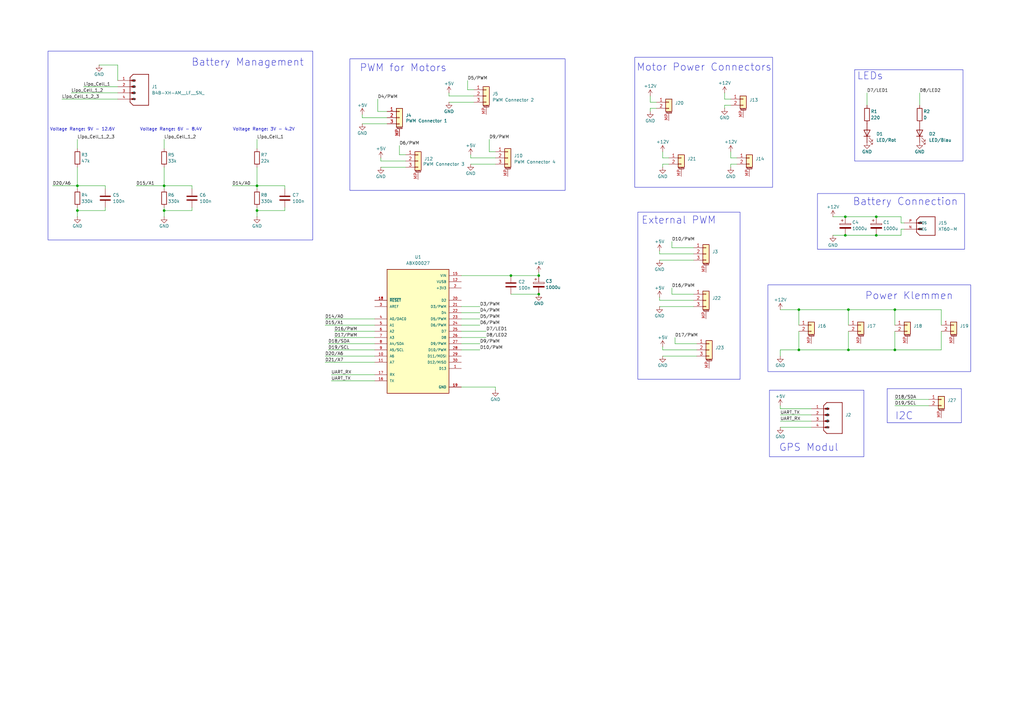
<source format=kicad_sch>
(kicad_sch (version 20231120) (generator "eeschema") (generator_version "8.0")
  (paper "A3")
  (lib_symbols
    (symbol "Arduino Nano 33 IOT:ABX00027" (pin_names (offset 1.016))
      (property "Reference" "U" (at -12.7 26.67 0))
      (property "Value" "ABX00027" (at -12.7 -26.67 0))
      (symbol "ABX00027_0_0"
        (rectangle (start -12.7 -25.4) (end 12.7 25.4) (stroke (width 0.254)) (fill (type background)))
        (pin bidirectional line (at 17.78 -15.24 180) (length 5.08) (name "D13") (number "1"))
        (pin input line (at -17.78 -10.16 0) (length 5.08) (name "A6") (number "10"))
        (pin input line (at -17.78 -12.7 0) (length 5.08) (name "A7") (number "11"))
        (pin power_in line (at 17.78 20.32 180) (length 5.08) (name "VUSB") (number "12"))
        (pin input line (at -17.78 12.7 0) (length 5.08) (name "~{RESET}") (number "13"))
        (pin power_in line (at 17.78 -22.86 180) (length 5.08) (name "GND") (number "14"))
        (pin power_in line (at 17.78 22.86 180) (length 5.08) (name "VIN") (number "15"))
        (pin bidirectional line (at -17.78 -20.32 0) (length 5.08) (name "TX") (number "16"))
        (pin bidirectional line (at -17.78 -17.78 0) (length 5.08) (name "RX") (number "17"))
        (pin input line (at -17.78 12.7 0) (length 5.08) (name "~{RESET}") (number "18"))
        (pin power_in line (at 17.78 -22.86 180) (length 5.08) (name "GND") (number "19"))
        (pin power_in line (at 17.78 17.78 180) (length 5.08) (name "+3V3") (number "2"))
        (pin bidirectional line (at 17.78 12.7 180) (length 5.08) (name "D2") (number "20"))
        (pin bidirectional line (at 17.78 10.16 180) (length 5.08) (name "D3/PWM") (number "21"))
        (pin bidirectional line (at 17.78 7.62 180) (length 5.08) (name "D4") (number "22"))
        (pin bidirectional line (at 17.78 5.08 180) (length 5.08) (name "D5/PWM") (number "23"))
        (pin bidirectional line (at 17.78 2.54 180) (length 5.08) (name "D6/PWM") (number "24"))
        (pin bidirectional line (at 17.78 0 180) (length 5.08) (name "D7") (number "25"))
        (pin bidirectional line (at 17.78 -2.54 180) (length 5.08) (name "D8") (number "26"))
        (pin bidirectional line (at 17.78 -5.08 180) (length 5.08) (name "D9/PWM") (number "27"))
        (pin bidirectional line (at 17.78 -7.62 180) (length 5.08) (name "D10/PWM") (number "28"))
        (pin bidirectional line (at 17.78 -10.16 180) (length 5.08) (name "D11/MOSI") (number "29"))
        (pin input line (at -17.78 10.16 0) (length 5.08) (name "AREF") (number "3"))
        (pin bidirectional line (at 17.78 -12.7 180) (length 5.08) (name "D12/MISO") (number "30"))
        (pin bidirectional line (at -17.78 5.08 0) (length 5.08) (name "A0/DAC0") (number "4"))
        (pin input line (at -17.78 2.54 0) (length 5.08) (name "A1") (number "5"))
        (pin input line (at -17.78 0 0) (length 5.08) (name "A2") (number "6"))
        (pin input line (at -17.78 -2.54 0) (length 5.08) (name "A3") (number "7"))
        (pin input line (at -17.78 -5.08 0) (length 5.08) (name "A4/SDA") (number "8"))
        (pin input line (at -17.78 -7.62 0) (length 5.08) (name "A5/SCL") (number "9"))
      )
    )
    (symbol "Connector_Generic_MountingPin:Conn_01x02_MountingPin" (pin_names (offset 1.016) hide)
      (property "Reference" "J" (at 0 2.54 0))
      (property "Value" "Conn_01x02_MountingPin" (at 1.27 -5.08 0))
      (symbol "Conn_01x02_MountingPin_1_1"
        (rectangle (start -1.27 -2.413) (end 0 -2.667) (stroke (width 0.1524)))
        (rectangle (start -1.27 0.127) (end 0 -0.127) (stroke (width 0.1524)))
        (rectangle (start -1.27 1.27) (end 1.27 -3.81) (stroke (width 0.254)) (fill (type background)))
        (polyline (pts (xy -1.016 -4.572) (xy 1.016 -4.572)) (stroke (width 0.1524)))
        (text "Mounting" (at 0 -4.191 0) (effects (font (size 0.381 0.381))))
        (pin passive line (at -5.08 0 0) (length 3.81) (name "Pin_1") (number "1"))
        (pin passive line (at -5.08 -2.54 0) (length 3.81) (name "Pin_2") (number "2"))
        (pin passive line (at 0 -7.62 90) (length 3.048) (name "MountPin") (number "MP"))
      )
    )
    (symbol "Connector_Generic_MountingPin:Conn_01x03_MountingPin" (pin_names (offset 1.016) hide)
      (property "Reference" "J" (at 0 5.08 0))
      (property "Value" "Conn_01x03_MountingPin" (at 1.27 -5.08 0))
      (symbol "Conn_01x03_MountingPin_1_1"
        (rectangle (start -1.27 -2.413) (end 0 -2.667) (stroke (width 0.1524)))
        (rectangle (start -1.27 0.127) (end 0 -0.127) (stroke (width 0.1524)))
        (rectangle (start -1.27 2.667) (end 0 2.413) (stroke (width 0.1524)))
        (rectangle (start -1.27 3.81) (end 1.27 -3.81) (stroke (width 0.254)) (fill (type background)))
        (polyline (pts (xy -1.016 -4.572) (xy 1.016 -4.572)) (stroke (width 0.1524)))
        (text "Mounting" (at 0 -4.191 0) (effects (font (size 0.381 0.381))))
        (pin passive line (at -5.08 2.54 0) (length 3.81) (name "Pin_1") (number "1"))
        (pin passive line (at -5.08 0 0) (length 3.81) (name "Pin_2") (number "2"))
        (pin passive line (at -5.08 -2.54 0) (length 3.81) (name "Pin_3") (number "3"))
        (pin passive line (at 0 -7.62 90) (length 3.048) (name "MountPin") (number "MP"))
      )
    )
    (symbol "Device:C" (pin_numbers hide) (pin_names (offset 0.254))
      (property "Reference" "C" (at 0.635 2.54 0))
      (property "Value" "C" (at 0.635 -2.54 0))
      (symbol "C_0_1"
        (polyline (pts (xy -2.032 -0.762) (xy 2.032 -0.762)) (stroke (width 0.508)))
        (polyline (pts (xy -2.032 0.762) (xy 2.032 0.762)) (stroke (width 0.508)))
      )
      (symbol "C_1_1"
        (pin passive line (at 0 3.81 270) (length 2.794) (name "~") (number "1"))
        (pin passive line (at 0 -3.81 90) (length 2.794) (name "~") (number "2"))
      )
    )
    (symbol "Device:C_Polarized" (pin_numbers hide) (pin_names (offset 0.254))
      (property "Reference" "C" (at 0.635 2.54 0))
      (property "Value" "C_Polarized" (at 0.635 -2.54 0))
      (symbol "C_Polarized_0_1"
        (rectangle (start -2.286 0.508) (end 2.286 1.016))
        (polyline (pts (xy -1.778 2.286) (xy -0.762 2.286)))
        (polyline (pts (xy -1.27 2.794) (xy -1.27 1.778)))
        (rectangle (start 2.286 -0.508) (end -2.286 -1.016) (fill (type outline)))
      )
      (symbol "C_Polarized_1_1"
        (pin passive line (at 0 3.81 270) (length 2.794) (name "~") (number "1"))
        (pin passive line (at 0 -3.81 90) (length 2.794) (name "~") (number "2"))
      )
    )
    (symbol "Device:LED" (pin_numbers hide) (pin_names (offset 1.016) hide)
      (property "Reference" "D" (at 0 2.54 0))
      (property "Value" "LED" (at 0 -2.54 0))
      (symbol "LED_0_1"
        (polyline (pts (xy -1.27 -1.27) (xy -1.27 1.27)) (stroke (width 0.254)))
        (polyline (pts (xy -1.27 0) (xy 1.27 0)))
        (polyline (pts (xy 1.27 -1.27) (xy 1.27 1.27) (xy -1.27 0) (xy 1.27 -1.27)) (stroke (width 0.254)))
        (polyline (pts (xy -3.048 -0.762) (xy -4.572 -2.286) (xy -3.81 -2.286) (xy -4.572 -2.286) (xy -4.572 -1.524)))
        (polyline (pts (xy -1.778 -0.762) (xy -3.302 -2.286) (xy -2.54 -2.286) (xy -3.302 -2.286) (xy -3.302 -1.524)))
      )
      (symbol "LED_1_1"
        (pin passive line (at -3.81 0 0) (length 2.54) (name "K") (number "1"))
        (pin passive line (at 3.81 0 180) (length 2.54) (name "A") (number "2"))
      )
    )
    (symbol "Device:R" (pin_numbers hide) (pin_names (offset 0))
      (property "Reference" "R" (at 2.032 0 90))
      (property "Value" "R" (at 0 0 90))
      (symbol "R_0_1"
        (rectangle (start -1.016 -2.54) (end 1.016 2.54) (stroke (width 0.254)))
      )
      (symbol "R_1_1"
        (pin passive line (at 0 3.81 270) (length 1.27) (name "~") (number "1"))
        (pin passive line (at 0 -3.81 90) (length 1.27) (name "~") (number "2"))
      )
    )
    (symbol "JST_XH_4Pin_female:B4B-XH-AM__LF__SN_" (pin_names (offset 1.016))
      (property "Reference" "J" (at 0 6.35 0))
      (property "Value" "B4B-XH-AM__LF__SN_" (at 0 -10.16 0))
      (symbol "B4B-XH-AM__LF__SN__0_0"
        (polyline (pts (xy 0 -6.35) (xy 1.27 -7.62)) (stroke (width 0.254)))
        (polyline (pts (xy 0 -5.08) (xy 1.905 -5.08)) (stroke (width 0.254)))
        (polyline (pts (xy 0 -2.54) (xy 1.905 -2.54)) (stroke (width 0.254)))
        (polyline (pts (xy 0 0) (xy 1.905 0)) (stroke (width 0.254)))
        (polyline (pts (xy 0 2.54) (xy 0 -6.35)) (stroke (width 0.254)))
        (polyline (pts (xy 0 2.54) (xy 1.905 2.54)) (stroke (width 0.254)))
        (polyline (pts (xy 0 3.81) (xy 0 2.54)) (stroke (width 0.254)))
        (polyline (pts (xy 0 3.81) (xy 1.27 5.08)) (stroke (width 0.254)))
        (polyline (pts (xy 1.27 -7.62) (xy 7.62 -7.62)) (stroke (width 0.254)))
        (polyline (pts (xy 7.62 -7.62) (xy 7.62 5.08)) (stroke (width 0.254)))
        (polyline (pts (xy 7.62 5.08) (xy 1.27 5.08)) (stroke (width 0.254)))
        (rectangle (start 0.635 -5.3975) (end 2.2225 -4.7625) (stroke (width 0.1)) (fill (type outline)))
        (rectangle (start 0.635 -2.8575) (end 2.2225 -2.2225) (stroke (width 0.1)) (fill (type outline)))
        (rectangle (start 0.635 -0.3175) (end 2.2225 0.3175) (stroke (width 0.1)) (fill (type outline)))
        (rectangle (start 0.635 2.2225) (end 2.2225 2.8575) (stroke (width 0.1)) (fill (type outline)))
        (pin passive line (at -5.08 2.54 0) (length 5.08) (name "1") (number "1"))
        (pin passive line (at -5.08 0 0) (length 5.08) (name "2") (number "2"))
        (pin passive line (at -5.08 -2.54 0) (length 5.08) (name "3") (number "3"))
        (pin passive line (at -5.08 -5.08 0) (length 5.08) (name "4") (number "4"))
      )
    )
    (symbol "XT60-M:XT60-M" (pin_names (offset 1.016))
      (property "Reference" "J" (at 0 6.35 0))
      (property "Value" "XT60-M" (at 0 -5.08 0))
      (symbol "XT60-M_0_0"
        (polyline (pts (xy 0 -1.27) (xy 1.27 -2.54)) (stroke (width 0.254)))
        (polyline (pts (xy 0 0) (xy 1.905 0)) (stroke (width 0.254)))
        (polyline (pts (xy 0 2.54) (xy 0 -1.27)) (stroke (width 0.254)))
        (polyline (pts (xy 0 2.54) (xy 1.905 2.54)) (stroke (width 0.254)))
        (polyline (pts (xy 0 3.81) (xy 0 2.54)) (stroke (width 0.254)))
        (polyline (pts (xy 0 3.81) (xy 1.27 5.08)) (stroke (width 0.254)))
        (polyline (pts (xy 1.27 -2.54) (xy 7.62 -2.54)) (stroke (width 0.254)))
        (polyline (pts (xy 7.62 -2.54) (xy 7.62 5.08)) (stroke (width 0.254)))
        (polyline (pts (xy 7.62 5.08) (xy 1.27 5.08)) (stroke (width 0.254)))
        (rectangle (start 0.635 -0.3175) (end 2.2225 0.3175) (stroke (width 0.1)) (fill (type outline)))
        (rectangle (start 0.635 2.2225) (end 2.2225 2.8575) (stroke (width 0.1)) (fill (type outline)))
        (pin passive line (at -5.08 0 0) (length 5.08) (name "NEG") (number "N"))
        (pin passive line (at -5.08 2.54 0) (length 5.08) (name "POS") (number "P"))
      )
    )
    (symbol "power:+12V" (power) (pin_numbers hide) (pin_names (offset 0) hide)
      (property "Value" "+12V" (at 0 3.556 0))
      (symbol "+12V_0_1"
        (polyline (pts (xy -0.762 1.27) (xy 0 2.54)))
        (polyline (pts (xy 0 0) (xy 0 2.54)))
        (polyline (pts (xy 0 2.54) (xy 0.762 1.27)))
      )
      (symbol "+12V_1_1"
        (pin power_in line (at 0 0 90) (length 0) (name "~") (number "1"))
      )
    )
    (symbol "power:+5V" (power) (pin_numbers hide) (pin_names (offset 0) hide)
      (property "Value" "+5V" (at 0 3.556 0))
      (symbol "+5V_0_1"
        (polyline (pts (xy -0.762 1.27) (xy 0 2.54)))
        (polyline (pts (xy 0 0) (xy 0 2.54)))
        (polyline (pts (xy 0 2.54) (xy 0.762 1.27)))
      )
      (symbol "+5V_1_1"
        (pin power_in line (at 0 0 90) (length 0) (name "~") (number "1"))
      )
    )
    (symbol "power:GND" (power) (pin_numbers hide) (pin_names (offset 0) hide)
      (property "Value" "GND" (at 0 -3.81 0))
      (symbol "GND_0_1"
        (polyline (pts (xy 0 0) (xy 0 -1.27) (xy 1.27 -1.27) (xy 0 -2.54) (xy -1.27 -1.27) (xy 0 -1.27)))
      )
      (symbol "GND_1_1"
        (pin power_in line (at 0 0 270) (length 0) (name "~") (number "1"))
      )
    )
  )
  (junction (at 105.41 86.36))
  (junction (at 327.66 143.51))
  (junction (at 327.66 127))
  (junction (at 367.03 127))
  (junction (at 209.55 113.03))
  (junction (at 347.98 143.51))
  (junction (at 31.75 86.36))
  (junction (at 105.41 76.2))
  (junction (at 346.71 96.52))
  (junction (at 31.75 76.2))
  (junction (at 359.41 88.9))
  (junction (at 67.31 86.36))
  (junction (at 220.98 120.65))
  (junction (at 347.98 127))
  (junction (at 346.71 88.9))
  (junction (at 359.41 96.52))
  (junction (at 67.31 76.2))
  (junction (at 367.03 143.51))
  (junction (at 220.98 113.03))
  (wire (pts (xy 189.23 128.27) (xy 196.85 128.27)))
  (wire (pts (xy 271.78 64.77) (xy 274.32 64.77)))
  (wire (pts (xy 341.63 96.52) (xy 346.71 96.52)))
  (wire (pts (xy 266.7 41.91) (xy 269.24 41.91)))
  (wire (pts (xy 154.94 45.72) (xy 158.75 45.72)))
  (wire (pts (xy 369.57 88.9) (xy 369.57 91.44)))
  (wire (pts (xy 133.35 130.81) (xy 153.67 130.81)))
  (wire (pts (xy 320.04 143.51) (xy 327.66 143.51)))
  (wire (pts (xy 135.89 156.21) (xy 153.67 156.21)))
  (wire (pts (xy 271.78 62.23) (xy 271.78 64.77)))
  (wire (pts (xy 327.66 127) (xy 327.66 133.35)))
  (wire (pts (xy 367.03 163.83) (xy 381 163.83)))
  (wire (pts (xy 148.59 48.26) (xy 148.59 46.99)))
  (wire (pts (xy 271.78 143.51) (xy 285.75 143.51)))
  (wire (pts (xy 31.75 86.36) (xy 31.75 88.9)))
  (wire (pts (xy 156.21 66.04) (xy 156.21 64.77)))
  (wire (pts (xy 189.23 133.35) (xy 196.85 133.35)))
  (wire (pts (xy 320.04 127) (xy 327.66 127)))
  (wire (pts (xy 270.51 123.19) (xy 270.51 121.92)))
  (wire (pts (xy 269.24 44.45) (xy 266.7 44.45)))
  (wire (pts (xy 271.78 67.31) (xy 271.78 68.58)))
  (wire (pts (xy 276.86 138.43) (xy 276.86 140.97)))
  (wire (pts (xy 116.84 85.09) (xy 116.84 86.36)))
  (wire (pts (xy 189.23 143.51) (xy 196.85 143.51)))
  (wire (pts (xy 43.18 86.36) (xy 31.75 86.36)))
  (wire (pts (xy 302.26 67.31) (xy 299.72 67.31)))
  (wire (pts (xy 189.23 113.03) (xy 209.55 113.03)))
  (wire (pts (xy 209.55 120.65) (xy 220.98 120.65)))
  (wire (pts (xy 377.19 38.1) (xy 377.19 43.18)))
  (wire (pts (xy 134.62 143.51) (xy 153.67 143.51)))
  (wire (pts (xy 31.75 68.58) (xy 31.75 76.2)))
  (wire (pts (xy 327.66 127) (xy 347.98 127)))
  (wire (pts (xy 297.18 43.18) (xy 297.18 44.45)))
  (wire (pts (xy 166.37 66.04) (xy 156.21 66.04)))
  (wire (pts (xy 31.75 77.47) (xy 31.75 76.2)))
  (wire (pts (xy 184.15 41.91) (xy 194.31 41.91)))
  (wire (pts (xy 105.41 68.58) (xy 105.41 76.2)))
  (wire (pts (xy 154.94 40.64) (xy 154.94 45.72)))
  (wire (pts (xy 369.57 96.52) (xy 369.57 93.98)))
  (wire (pts (xy 25.4 40.64) (xy 48.26 40.64)))
  (wire (pts (xy 320.04 167.64) (xy 320.04 166.37)))
  (wire (pts (xy 274.32 67.31) (xy 271.78 67.31)))
  (wire (pts (xy 31.75 57.15) (xy 31.75 60.96)))
  (wire (pts (xy 386.08 127) (xy 386.08 133.35)))
  (wire (pts (xy 189.23 130.81) (xy 196.85 130.81)))
  (wire (pts (xy 270.51 104.14) (xy 284.48 104.14)))
  (wire (pts (xy 327.66 135.89) (xy 327.66 143.51)))
  (wire (pts (xy 270.51 125.73) (xy 284.48 125.73)))
  (wire (pts (xy 203.2 64.77) (xy 193.04 64.77)))
  (wire (pts (xy 78.74 76.2) (xy 67.31 76.2)))
  (wire (pts (xy 189.23 125.73) (xy 196.85 125.73)))
  (wire (pts (xy 29.21 38.1) (xy 48.26 38.1)))
  (wire (pts (xy 355.6 38.1) (xy 355.6 43.18)))
  (wire (pts (xy 105.41 86.36) (xy 105.41 88.9)))
  (wire (pts (xy 275.59 101.6) (xy 284.48 101.6)))
  (wire (pts (xy 193.04 64.77) (xy 193.04 63.5)))
  (wire (pts (xy 275.59 120.65) (xy 284.48 120.65)))
  (wire (pts (xy 43.18 76.2) (xy 31.75 76.2)))
  (wire (pts (xy 189.23 138.43) (xy 199.39 138.43)))
  (wire (pts (xy 299.72 43.18) (xy 297.18 43.18)))
  (wire (pts (xy 148.59 50.8) (xy 158.75 50.8)))
  (wire (pts (xy 299.72 67.31) (xy 299.72 68.58)))
  (wire (pts (xy 347.98 127) (xy 367.03 127)))
  (wire (pts (xy 270.51 106.68) (xy 284.48 106.68)))
  (wire (pts (xy 95.25 76.2) (xy 105.41 76.2)))
  (wire (pts (xy 320.04 172.72) (xy 332.74 172.72)))
  (wire (pts (xy 134.62 140.97) (xy 153.67 140.97)))
  (wire (pts (xy 105.41 57.15) (xy 105.41 60.96)))
  (wire (pts (xy 105.41 85.09) (xy 105.41 86.36)))
  (wire (pts (xy 193.04 67.31) (xy 203.2 67.31)))
  (wire (pts (xy 367.03 143.51) (xy 386.08 143.51)))
  (wire (pts (xy 299.72 64.77) (xy 302.26 64.77)))
  (wire (pts (xy 320.04 170.18) (xy 332.74 170.18)))
  (wire (pts (xy 320.04 175.26) (xy 332.74 175.26)))
  (wire (pts (xy 191.77 36.83) (xy 194.31 36.83)))
  (wire (pts (xy 43.18 76.2) (xy 43.18 77.47)))
  (wire (pts (xy 347.98 135.89) (xy 347.98 143.51)))
  (wire (pts (xy 220.98 111.76) (xy 220.98 113.03)))
  (wire (pts (xy 297.18 40.64) (xy 299.72 40.64)))
  (wire (pts (xy 116.84 76.2) (xy 105.41 76.2)))
  (wire (pts (xy 266.7 39.37) (xy 266.7 41.91)))
  (wire (pts (xy 367.03 135.89) (xy 367.03 143.51)))
  (wire (pts (xy 48.26 26.67) (xy 48.26 33.02)))
  (wire (pts (xy 133.35 148.59) (xy 153.67 148.59)))
  (wire (pts (xy 386.08 143.51) (xy 386.08 135.89)))
  (wire (pts (xy 67.31 85.09) (xy 67.31 86.36)))
  (wire (pts (xy 367.03 166.37) (xy 381 166.37)))
  (wire (pts (xy 270.51 123.19) (xy 284.48 123.19)))
  (wire (pts (xy 347.98 143.51) (xy 367.03 143.51)))
  (wire (pts (xy 133.35 133.35) (xy 153.67 133.35)))
  (wire (pts (xy 158.75 48.26) (xy 148.59 48.26)))
  (wire (pts (xy 275.59 99.06) (xy 275.59 101.6)))
  (wire (pts (xy 369.57 93.98) (xy 370.84 93.98)))
  (wire (pts (xy 163.83 59.69) (xy 163.83 63.5)))
  (wire (pts (xy 156.21 68.58) (xy 166.37 68.58)))
  (wire (pts (xy 194.31 39.37) (xy 184.15 39.37)))
  (wire (pts (xy 67.31 68.58) (xy 67.31 76.2)))
  (wire (pts (xy 359.41 88.9) (xy 369.57 88.9)))
  (wire (pts (xy 55.88 76.2) (xy 67.31 76.2)))
  (wire (pts (xy 67.31 57.15) (xy 67.31 60.96)))
  (wire (pts (xy 191.77 33.02) (xy 191.77 36.83)))
  (wire (pts (xy 43.18 85.09) (xy 43.18 86.36)))
  (wire (pts (xy 137.16 138.43) (xy 153.67 138.43)))
  (wire (pts (xy 320.04 146.05) (xy 320.04 143.51)))
  (wire (pts (xy 189.23 140.97) (xy 196.85 140.97)))
  (wire (pts (xy 163.83 63.5) (xy 166.37 63.5)))
  (wire (pts (xy 347.98 127) (xy 347.98 133.35)))
  (wire (pts (xy 346.71 96.52) (xy 359.41 96.52)))
  (wire (pts (xy 78.74 85.09) (xy 78.74 86.36)))
  (wire (pts (xy 116.84 86.36) (xy 105.41 86.36)))
  (wire (pts (xy 299.72 62.23) (xy 299.72 64.77)))
  (wire (pts (xy 327.66 143.51) (xy 347.98 143.51)))
  (wire (pts (xy 200.66 62.23) (xy 203.2 62.23)))
  (wire (pts (xy 116.84 76.2) (xy 116.84 77.47)))
  (wire (pts (xy 40.64 26.67) (xy 48.26 26.67)))
  (wire (pts (xy 209.55 113.03) (xy 220.98 113.03)))
  (wire (pts (xy 359.41 96.52) (xy 369.57 96.52)))
  (wire (pts (xy 276.86 140.97) (xy 285.75 140.97)))
  (wire (pts (xy 270.51 104.14) (xy 270.51 102.87)))
  (wire (pts (xy 275.59 118.11) (xy 275.59 120.65)))
  (wire (pts (xy 367.03 127) (xy 386.08 127)))
  (wire (pts (xy 266.7 44.45) (xy 266.7 45.72)))
  (wire (pts (xy 346.71 88.9) (xy 359.41 88.9)))
  (wire (pts (xy 341.63 88.9) (xy 346.71 88.9)))
  (wire (pts (xy 137.16 135.89) (xy 153.67 135.89)))
  (wire (pts (xy 34.29 35.56) (xy 48.26 35.56)))
  (wire (pts (xy 189.23 135.89) (xy 199.39 135.89)))
  (wire (pts (xy 133.35 146.05) (xy 153.67 146.05)))
  (wire (pts (xy 135.89 153.67) (xy 153.67 153.67)))
  (wire (pts (xy 367.03 127) (xy 367.03 133.35)))
  (wire (pts (xy 297.18 38.1) (xy 297.18 40.64)))
  (wire (pts (xy 31.75 85.09) (xy 31.75 86.36)))
  (wire (pts (xy 67.31 86.36) (xy 67.31 88.9)))
  (wire (pts (xy 184.15 39.37) (xy 184.15 38.1)))
  (wire (pts (xy 203.2 160.02) (xy 203.2 158.75)))
  (wire (pts (xy 200.66 57.15) (xy 200.66 62.23)))
  (wire (pts (xy 271.78 143.51) (xy 271.78 142.24)))
  (wire (pts (xy 105.41 77.47) (xy 105.41 76.2)))
  (wire (pts (xy 67.31 77.47) (xy 67.31 76.2)))
  (wire (pts (xy 78.74 76.2) (xy 78.74 77.47)))
  (wire (pts (xy 271.78 146.05) (xy 285.75 146.05)))
  (wire (pts (xy 21.59 76.2) (xy 31.75 76.2)))
  (wire (pts (xy 320.04 167.64) (xy 332.74 167.64)))
  (wire (pts (xy 189.23 158.75) (xy 203.2 158.75)))
  (wire (pts (xy 78.74 86.36) (xy 67.31 86.36)))
  (wire (pts (xy 369.57 91.44) (xy 370.84 91.44)))
  (rectangle (start 363.855 159.385) (end 394.335 173.355))
  (rectangle (start 19.685 20.955) (end 128.27 98.425))
  (rectangle (start 314.96 116.84) (end 398.145 152.4))
  (rectangle (start 350.52 28.575) (end 394.97 66.04))
  (rectangle (start 335.28 79.375) (end 395.605 102.235))
  (rectangle (start 315.595 160.02) (end 354.33 187.325))
  (rectangle (start 260.35 23.495) (end 316.865 76.835))
  (rectangle (start 143.51 24.13) (end 231.775 78.105))
  (rectangle (start 261.62 86.995) (end 303.53 155.575))
  (text "Voltage Range: 3V - 4.2V" (at 108.204 53.086 0) (effects (font (size 1.27 1.27))))
  (text "Power Klemmen" (at 372.872 121.412 0) (effects (font (size 3 3))))
  (text "Battery Management\n" (at 101.6 25.654 0) (effects (font (size 3 3))))
  (text "LEDs\n" (at 356.87 31.242 0) (effects (font (size 3 3))))
  (text "PWM for Motors\n" (at 165.354 27.94 0) (effects (font (size 3 3))))
  (text "Voltage Range: 6V - 8.4V" (at 70.104 53.086 0) (effects (font (size 1.27 1.27))))
  (text "External PWM" (at 278.384 90.424 0) (effects (font (size 3 3))))
  (text "Motor Power Connectors" (at 288.798 27.686 0) (effects (font (size 3 3))))
  (text "Battery Connection\n" (at 371.348 82.804 0) (effects (font (size 3 3))))
  (text "I2C" (at 370.84 170.688 0) (effects (font (size 3 3))))
  (text "GPS Modul\n" (at 331.724 183.642 0) (effects (font (size 3 3))))
  (text "Voltage Range: 9V - 12.6V" (at 33.782 53.086 0) (effects (font (size 1.27 1.27))))
  (label "D8{slash}LED2" (at 199.39 138.43 0))
  (label "D15{slash}A1" (at 55.88 76.2 0))
  (label "D18{slash}SDA" (at 367.03 163.83 0))
  (label "D8{slash}LED2" (at 377.19 38.1 0))
  (label "Lipo_Cell_1_2_3" (at 31.75 57.15 0))
  (label "D15{slash}A1" (at 133.35 133.35 0))
  (label "D19{slash}SCL" (at 367.03 166.37 0))
  (label "D19{slash}SCL" (at 134.62 143.51 0))
  (label "D9{slash}PWM" (at 200.66 57.15 0))
  (label "D7{slash}LED1" (at 199.39 135.89 0))
  (label "Lipo_Cell_1" (at 34.29 35.56 0))
  (label "D18{slash}SDA" (at 134.62 140.97 0))
  (label "D20{slash}A6" (at 21.59 76.2 0))
  (label "UART_TX" (at 320.04 170.18 0))
  (label "D9{slash}PWM" (at 196.85 140.97 0))
  (label "Lipo_Cell_1" (at 105.41 57.15 0))
  (label "D21{slash}A7" (at 133.35 148.59 0))
  (label "D16{slash}PWM" (at 275.59 118.11 0))
  (label "Lipo_Cell_1_2" (at 67.31 57.15 0))
  (label "D17{slash}PWM" (at 276.86 138.43 0))
  (label "D4{slash}PWM" (at 196.85 128.27 0))
  (label "D6{slash}PWM" (at 196.85 133.35 0))
  (label "D5{slash}PWM" (at 191.77 33.02 0))
  (label "UART_TX" (at 135.89 156.21 0))
  (label "D14{slash}A0" (at 133.35 130.81 0))
  (label "D16{slash}PWM" (at 137.16 135.89 0))
  (label "D10{slash}PWM" (at 196.85 143.51 0))
  (label "Lipo_Cell_1_2_3" (at 25.4 40.64 0))
  (label "D4{slash}PWM" (at 154.94 40.64 0))
  (label "D3{slash}PWM" (at 196.85 125.73 0))
  (label "UART_RX" (at 135.89 153.67 0))
  (label "D10{slash}PWM" (at 275.59 99.06 0))
  (label "D14{slash}A0" (at 95.25 76.2 0))
  (label "D20{slash}A6" (at 133.35 146.05 0))
  (label "Lipo_Cell_1_2" (at 29.21 38.1 0))
  (label "D6{slash}PWM" (at 163.83 59.69 0))
  (label "D7{slash}LED1" (at 355.6 38.1 0))
  (label "UART_RX" (at 320.04 172.72 0))
  (label "D5{slash}PWM" (at 196.85 130.81 0))
  (label "D17{slash}PWM" (at 137.16 138.43 0))
  (symbol (lib_id "Connector_Generic_MountingPin:Conn_01x02_MountingPin") (at 332.74 133.35 0) (unit 1)
    (property "Reference" "J16" (at 335.28 133.7055 0) (effects (justify left)))
    (property "Value" "BLDC_Power_4" (effects (hide yes)))
    (property "Description" "Generic connectable mounting pin connector, single row, 01x02, script generated (kicad-library-utils/schlib/autogen/connector/)" (effects (hide yes)))
  )
  (symbol (lib_id "Connector_Generic_MountingPin:Conn_01x02_MountingPin") (at 307.34 64.77 0) (unit 1)
    (property "Reference" "J14" (at 309.88 65.1255 0) (effects (justify left)))
    (property "Value" "Motor Power Connector 4" (effects (hide yes)))
    (property "Footprint" "StiftleisteOnPCB:PowerKlemme" (effects (hide yes)))
    (property "Description" "Generic connectable mounting pin connector, single row, 01x02, script generated (kicad-library-utils/schlib/autogen/connector/)" (effects (hide yes)))
  )
  (symbol (lib_id "Device:C_Polarized") (at 220.98 116.84 0) (unit 1)
    (property "Reference" "C3" (at 223.774 115.316 0) (effects (justify left)))
    (property "Value" "1000u" (at 223.774 117.856 0) (effects (justify left)))
    (property "Footprint" "Capacitor_THT:CP_Radial_D10.0mm_P5.00mm" (effects (hide yes)))
    (property "Description" "Polarized capacitor" (effects (hide yes)))
  )
  (symbol (lib_id "Device:R") (at 377.19 46.99 0) (unit 1)
    (property "Reference" "R2" (at 378.714 45.72 0) (effects (justify left)))
    (property "Value" "0" (at 378.714 48.26 0) (effects (justify left)))
    (property "Footprint" "Resistor_SMD:R_0805_2012Metric" (effects (hide yes)))
    (property "Description" "Resistor" (effects (hide yes)))
  )
  (symbol (lib_id "Device:LED") (at 377.19 54.61 90) (unit 1)
    (property "Reference" "D2" (at 381 54.9274 90) (effects (justify right)))
    (property "Value" "LED/Blau" (at 381 57.4674 90) (effects (justify right)))
    (property "Footprint" "StiftleisteOnPCB:PowerKlemme" (effects (hide yes)))
    (property "Description" "Light emitting diode" (effects (hide yes)))
  )
  (symbol (lib_id "power:GND") (at 156.21 68.58 0) (unit 1)
    (property "Reference" "#PWR015" (effects (hide yes)))
    (property "Value" "GND" (at 156.21 72.39 0))
    (property "Description" "Power symbol creates a global label with name \"GND\" , ground" (effects (hide yes)))
  )
  (symbol (lib_id "power:+5V") (at 220.98 111.76 0) (unit 1)
    (property "Reference" "#PWR01" (effects (hide yes)))
    (property "Value" "+5V" (at 220.98 107.95 0))
    (property "Description" "Power symbol creates a global label with name \"+5V\"" (effects (hide yes)))
  )
  (symbol (lib_id "Device:C") (at 43.18 81.28 0) (unit 1)
    (property "Reference" "C5" (at 46.228 80.01 0) (effects (justify left)))
    (property "Value" "100n" (at 46.228 82.55 0) (effects (justify left)))
    (property "Footprint" "Capacitor_SMD:C_0603_1608Metric" (effects (hide yes)))
    (property "Description" "Unpolarized capacitor" (effects (hide yes)))
  )
  (symbol (lib_id "XT60-M:XT60-M") (at 375.92 93.98 0) (unit 1)
    (property "Reference" "J15" (at 384.81 91.4399 0) (effects (justify left)))
    (property "Value" "XT60-M" (at 384.81 93.9799 0) (effects (justify left)))
    (property "Footprint" "parts:AMASS_XT60-M" (effects (hide yes)))
    (property "MF" "AMASS" (effects (hide yes)))
    (property "MAXIMUM_PACKAGE_HEIGHT" "16.00 mm" (effects (hide yes)))
    (property "Package" "Package" (effects (hide yes)))
    (property "Price" "None" (effects (hide yes)))
    (property "Check_prices" "https://www.snapeda.com/parts/XT60-M/AMASS/view-part/?ref=eda" (effects (hide yes)))
    (property "STANDARD" "IPC 7351B" (effects (hide yes)))
    (property "PARTREV" "V1.2" (effects (hide yes)))
    (property "SnapEDA_Link" "https://www.snapeda.com/parts/XT60-M/AMASS/view-part/?ref=snap" (effects (hide yes)))
    (property "MP" "XT60-M" (effects (hide yes)))
    (property "Description_1" "\n                        \n                            Plug; DC supply; XT60; male; PIN: 2; for cable; soldered; 30A; 500V\n                        \n" (effects (hide yes)))
    (property "Availability" "Not in stock" (effects (hide yes)))
    (property "MANUFACTURER" "AMASS" (effects (hide yes)))
  )
  (symbol (lib_id "Connector_Generic_MountingPin:Conn_01x02_MountingPin") (at 304.8 40.64 0) (unit 1)
    (property "Reference" "J13" (at 307.34 40.9955 0) (effects (justify left)))
    (property "Value" "Motor Power Connector 2" (effects (hide yes)))
    (property "Footprint" "StiftleisteOnPCB:PowerKlemme" (effects (hide yes)))
    (property "Description" "Generic connectable mounting pin connector, single row, 01x02, script generated (kicad-library-utils/schlib/autogen/connector/)" (effects (hide yes)))
  )
  (symbol (lib_id "power:+12V") (at 297.18 38.1 0) (unit 1)
    (property "Reference" "#PWR018" (effects (hide yes)))
    (property "Value" "+12V" (at 297.18 34.036 0))
    (property "Description" "Power symbol creates a global label with name \"+12V\"" (effects (hide yes)))
  )
  (symbol (lib_id "Device:R") (at 105.41 81.28 0) (unit 1)
    (property "Reference" "R8" (at 106.934 80.01 0) (effects (justify left)))
    (property "Value" "330k" (at 106.934 82.55 0) (effects (justify left)))
    (property "Footprint" "Resistor_SMD:R_0805_2012Metric" (effects (hide yes)))
    (property "Description" "Resistor" (effects (hide yes)))
  )
  (symbol (lib_id "power:GND") (at 377.19 58.42 0) (unit 1)
    (property "Reference" "#PWR034" (effects (hide yes)))
    (property "Value" "GND" (at 377.19 62.23 0))
    (property "Description" "Power symbol creates a global label with name \"GND\" , ground" (effects (hide yes)))
  )
  (symbol (lib_id "power:+12V") (at 271.78 62.23 0) (unit 1)
    (property "Reference" "#PWR022" (effects (hide yes)))
    (property "Value" "+12V" (at 271.78 58.166 0))
    (property "Description" "Power symbol creates a global label with name \"+12V\"" (effects (hide yes)))
  )
  (symbol (lib_id "power:GND") (at 105.41 88.9 0) (unit 1)
    (property "Reference" "#PWR037" (effects (hide yes)))
    (property "Value" "GND" (at 105.41 92.71 0))
    (property "Description" "Power symbol creates a global label with name \"GND\" , ground" (effects (hide yes)))
  )
  (symbol (lib_id "Connector_Generic_MountingPin:Conn_01x03_MountingPin") (at 289.56 104.14 0) (unit 1)
    (property "Reference" "J3" (at 292.1 103.2255 0) (effects (justify left)))
    (property "Value" "PWM1/D10" (effects (hide yes)))
    (property "Footprint" "StiftleisteOnPCB:Stiftleiste3Pin" (effects (hide yes)))
    (property "Description" "Generic connectable mounting pin connector, single row, 01x03, script generated (kicad-library-utils/schlib/autogen/connector/)" (effects (hide yes)))
  )
  (symbol (lib_id "power:+5V") (at 320.04 166.37 0) (unit 1)
    (property "Reference" "#PWR032" (effects (hide yes)))
    (property "Value" "+5V" (at 320.04 162.56 0))
    (property "Description" "Power symbol creates a global label with name \"+5V\"" (effects (hide yes)))
  )
  (symbol (lib_id "Device:LED") (at 355.6 54.61 90) (unit 1)
    (property "Reference" "D1" (at 359.41 54.9274 90) (effects (justify right)))
    (property "Value" "LED/Rot" (at 359.41 57.4674 90) (effects (justify right)))
    (property "Footprint" "StiftleisteOnPCB:PowerKlemme" (effects (hide yes)))
    (property "Description" "Light emitting diode" (effects (hide yes)))
  )
  (symbol (lib_id "power:+5V") (at 270.51 121.92 0) (unit 1)
    (property "Reference" "#PWR026" (effects (hide yes)))
    (property "Value" "+5V" (at 270.51 118.11 0))
    (property "Description" "Power symbol creates a global label with name \"+5V\"" (effects (hide yes)))
  )
  (symbol (lib_id "power:GND") (at 271.78 68.58 0) (unit 1)
    (property "Reference" "#PWR023" (effects (hide yes)))
    (property "Value" "GND" (at 271.78 72.39 0))
    (property "Description" "Power symbol creates a global label with name \"GND\" , ground" (effects (hide yes)))
  )
  (symbol (lib_id "power:+5V") (at 271.78 142.24 0) (unit 1)
    (property "Reference" "#PWR028" (effects (hide yes)))
    (property "Value" "+5V" (at 271.78 138.43 0))
    (property "Description" "Power symbol creates a global label with name \"+5V\"" (effects (hide yes)))
  )
  (symbol (lib_id "Arduino Nano 33 IOT:ABX00027") (at 171.45 135.89 0) (unit 1)
    (property "Reference" "U1" (at 171.45 105.41 0))
    (property "Value" "ABX00027" (at 171.45 107.95 0))
    (property "Footprint" "parts:ArduinoNano33IOT_Stiftleiste" (effects (hide yes)))
    (property "MF" "Arduino" (effects (hide yes)))
    (property "DESCRIPTION" "ATSAMD21G18A Arduino Nano 33 IoT SAM D ARM® Cortex®-M0+ MCU 32-Bit Embedded Evaluation Board" (effects (hide yes)))
    (property "PACKAGE" "None" (effects (hide yes)))
    (property "PRICE" "None" (effects (hide yes)))
    (property "Package" "None" (effects (hide yes)))
    (property "Check_prices" "https://www.snapeda.com/parts/Arduino%20Nano%2033%20IoT/Arduino/view-part/?ref=eda" (effects (hide yes)))
    (property "Price" "None" (effects (hide yes)))
    (property "SnapEDA_Link" "https://www.snapeda.com/parts/Arduino%20Nano%2033%20IoT/Arduino/view-part/?ref=snap" (effects (hide yes)))
    (property "MP" "Arduino Nano 33 IoT" (effects (hide yes)))
    (property "DIGIKEY-PURCHASE-URL" "https://snapeda.com/shop?store=DigiKey&id=3949339" (effects (hide yes)))
    (property "Availability" "Not in stock" (effects (hide yes)))
    (property "AVAILABILITY" "Unavailable" (effects (hide yes)))
    (property "Description_1" "\n                        \n                            An IoT connected IMU sensor in the Nano form factor.\n                        \n" (effects (hide yes)))
  )
  (symbol (lib_id "Device:R") (at 31.75 64.77 0) (unit 1)
    (property "Reference" "R3" (at 33.274 63.5 0) (effects (justify left)))
    (property "Value" "47k" (at 33.274 66.04 0) (effects (justify left)))
    (property "Footprint" "Resistor_SMD:R_0805_2012Metric" (effects (hide yes)))
    (property "Description" "Resistor" (effects (hide yes)))
  )
  (symbol (lib_id "Device:R") (at 67.31 64.77 0) (unit 1)
    (property "Reference" "R5" (at 68.834 63.5 0) (effects (justify left)))
    (property "Value" "33k" (at 68.834 66.04 0) (effects (justify left)))
    (property "Footprint" "Resistor_SMD:R_0805_2012Metric" (effects (hide yes)))
    (property "Description" "Resistor" (effects (hide yes)))
  )
  (symbol (lib_id "Device:R") (at 105.41 64.77 0) (unit 1)
    (property "Reference" "R7" (at 106.934 63.5 0) (effects (justify left)))
    (property "Value" "22k" (at 106.934 66.04 0) (effects (justify left)))
    (property "Footprint" "Resistor_SMD:R_0805_2012Metric" (effects (hide yes)))
    (property "Description" "Resistor" (effects (hide yes)))
  )
  (symbol (lib_id "power:+5V") (at 193.04 63.5 0) (unit 1)
    (property "Reference" "#PWR012" (effects (hide yes)))
    (property "Value" "+5V" (at 193.04 59.69 0))
    (property "Description" "Power symbol creates a global label with name \"+5V\"" (effects (hide yes)))
  )
  (symbol (lib_id "power:GND") (at 270.51 106.68 0) (unit 1)
    (property "Reference" "#PWR025" (effects (hide yes)))
    (property "Value" "GND" (at 270.51 110.49 0))
    (property "Description" "Power symbol creates a global label with name \"GND\" , ground" (effects (hide yes)))
  )
  (symbol (lib_id "power:+5V") (at 184.15 38.1 0) (unit 1)
    (property "Reference" "#PWR010" (effects (hide yes)))
    (property "Value" "+5V" (at 184.15 34.29 0))
    (property "Description" "Power symbol creates a global label with name \"+5V\"" (effects (hide yes)))
  )
  (symbol (lib_id "Connector_Generic_MountingPin:Conn_01x02_MountingPin") (at 274.32 41.91 0) (unit 1)
    (property "Reference" "J20" (at 276.86 42.2655 0) (effects (justify left)))
    (property "Value" "Motor Power Connector 1" (effects (hide yes)))
    (property "Footprint" "StiftleisteOnPCB:PowerKlemme" (effects (hide yes)))
    (property "Description" "Generic connectable mounting pin connector, single row, 01x02, script generated (kicad-library-utils/schlib/autogen/connector/)" (effects (hide yes)))
  )
  (symbol (lib_id "Device:C_Polarized") (at 359.41 92.71 0) (unit 1)
    (property "Reference" "C1" (at 362.204 91.186 0) (effects (justify left)))
    (property "Value" "1000u" (at 362.204 93.726 0) (effects (justify left)))
    (property "Footprint" "Capacitor_THT:CP_Radial_D10.0mm_P5.00mm" (effects (hide yes)))
    (property "Description" "Polarized capacitor" (effects (hide yes)))
  )
  (symbol (lib_id "Device:R") (at 67.31 81.28 0) (unit 1)
    (property "Reference" "R6" (at 68.834 80.01 0) (effects (justify left)))
    (property "Value" "330k" (at 68.834 82.55 0) (effects (justify left)))
    (property "Footprint" "Resistor_SMD:R_0805_2012Metric" (effects (hide yes)))
    (property "Description" "Resistor" (effects (hide yes)))
  )
  (symbol (lib_id "JST_XH_4Pin_female:B4B-XH-AM__LF__SN_") (at 337.82 170.18 0) (unit 1)
    (property "Reference" "J2" (at 346.71 170.1799 0) (effects (justify left)))
    (property "Value" "B4B-XH-AM__LF__SN_" (effects (hide yes)))
    (property "Footprint" "Connector_JST:JST_XH_B4B-XH-AM_1x04_P2.50mm_Vertical" (effects (hide yes)))
    (property "MF" "JST" (effects (hide yes)))
    (property "MAXIMUM_PACKAGE_HEIGHT" "7mm" (effects (hide yes)))
    (property "Package" "None" (effects (hide yes)))
    (property "Price" "None" (effects (hide yes)))
    (property "Check_prices" "https://www.snapeda.com/parts/B4B-XH-A-M(LF)(SN)/JST/view-part/?ref=eda" (effects (hide yes)))
    (property "STANDARD" "Manufacturer Recommendations" (effects (hide yes)))
    (property "PARTREV" "N/A" (effects (hide yes)))
    (property "SnapEDA_Link" "https://www.snapeda.com/parts/B4B-XH-A-M(LF)(SN)/JST/view-part/?ref=snap" (effects (hide yes)))
    (property "MP" "B4B-XH-A-M(LF)(SN)" (effects (hide yes)))
    (property "Description_1" "\n                        \n                            HEADER, XH, TOP, 4WAY, 2.5MM, BOSS; Pitch Spacing:2.5mm; No. of Contacts:4Contacts; Gender:Header; Product Range:XH Series; Contact Termination Type:Through Hole; No. of Rows:1Rows; Contact Plating:Tin Plated Contacts; Contact Material:Brass; SVHC:No SVHC (17-Dec-2015)\n                        \n" (effects (hide yes)))
    (property "MANUFACTURER" "JST" (effects (hide yes)))
    (property "Availability" "In Stock" (effects (hide yes)))
    (property "SNAPEDA_PN" "B4B-XH-AM (LF)(SN)" (effects (hide yes)))
  )
  (symbol (lib_id "power:+5V") (at 148.59 46.99 0) (unit 1)
    (property "Reference" "#PWR08" (effects (hide yes)))
    (property "Value" "+5V" (at 148.59 43.18 0))
    (property "Description" "Power symbol creates a global label with name \"+5V\"" (effects (hide yes)))
  )
  (symbol (lib_id "power:+12V") (at 320.04 127 0) (unit 1)
    (property "Reference" "#PWR05" (effects (hide yes)))
    (property "Value" "+12V" (at 320.04 122.936 0))
    (property "Description" "Power symbol creates a global label with name \"+12V\"" (effects (hide yes)))
  )
  (symbol (lib_id "power:+12V") (at 299.72 62.23 0) (unit 1)
    (property "Reference" "#PWR020" (effects (hide yes)))
    (property "Value" "+12V" (at 299.72 58.166 0))
    (property "Description" "Power symbol creates a global label with name \"+12V\"" (effects (hide yes)))
  )
  (symbol (lib_id "Connector_Generic_MountingPin:Conn_01x03_MountingPin") (at 171.45 66.04 0) (unit 1)
    (property "Reference" "J12" (at 173.99 65.1255 0) (effects (justify left)))
    (property "Value" "PWM Connector 3" (at 173.482 67.31 0) (effects (justify left)))
    (property "Footprint" "StiftleisteOnPCB:Stiftleiste3Pin" (effects (hide yes)))
    (property "Description" "Generic connectable mounting pin connector, single row, 01x03, script generated (kicad-library-utils/schlib/autogen/connector/)" (effects (hide yes)))
  )
  (symbol (lib_id "Connector_Generic_MountingPin:Conn_01x02_MountingPin") (at 279.4 64.77 0) (unit 1)
    (property "Reference" "J21" (at 281.94 65.1255 0) (effects (justify left)))
    (property "Value" "Motor Power Connector 3" (effects (hide yes)))
    (property "Footprint" "StiftleisteOnPCB:PowerKlemme" (effects (hide yes)))
    (property "Description" "Generic connectable mounting pin connector, single row, 01x02, script generated (kicad-library-utils/schlib/autogen/connector/)" (effects (hide yes)))
  )
  (symbol (lib_id "power:GND") (at 193.04 67.31 0) (unit 1)
    (property "Reference" "#PWR013" (effects (hide yes)))
    (property "Value" "GND" (at 193.04 71.12 0))
    (property "Description" "Power symbol creates a global label with name \"GND\" , ground" (effects (hide yes)))
  )
  (symbol (lib_id "Connector_Generic_MountingPin:Conn_01x02_MountingPin") (at 386.08 163.83 0) (unit 1)
    (property "Reference" "J27" (at 388.62 164.1855 0) (effects (justify left)))
    (property "Value" "I2C_Conn" (effects (hide yes)))
    (property "Footprint" "StiftleisteOnPCB:PowerKlemme" (effects (hide yes)))
    (property "Description" "Generic connectable mounting pin connector, single row, 01x02, script generated (kicad-library-utils/schlib/autogen/connector/)" (effects (hide yes)))
  )
  (symbol (lib_id "Connector_Generic_MountingPin:Conn_01x03_MountingPin") (at 163.83 48.26 0) (unit 1)
    (property "Reference" "J4" (at 166.37 47.3455 0) (effects (justify left)))
    (property "Value" "PWM Connector 1" (at 166.37 49.53 0) (effects (justify left)))
    (property "Footprint" "StiftleisteOnPCB:Stiftleiste3Pin" (effects (hide yes)))
    (property "Description" "Generic connectable mounting pin connector, single row, 01x03, script generated (kicad-library-utils/schlib/autogen/connector/)" (effects (hide yes)))
  )
  (symbol (lib_id "power:GND") (at 271.78 146.05 0) (unit 1)
    (property "Reference" "#PWR029" (effects (hide yes)))
    (property "Value" "GND" (at 271.78 149.86 0))
    (property "Description" "Power symbol creates a global label with name \"GND\" , ground" (effects (hide yes)))
  )
  (symbol (lib_id "Device:R") (at 355.6 46.99 0) (unit 1)
    (property "Reference" "R1" (at 357.124 45.72 0) (effects (justify left)))
    (property "Value" "220" (at 357.124 48.26 0) (effects (justify left)))
    (property "Footprint" "Resistor_SMD:R_0805_2012Metric" (effects (hide yes)))
    (property "Description" "Resistor" (effects (hide yes)))
  )
  (symbol (lib_id "Connector_Generic_MountingPin:Conn_01x02_MountingPin") (at 372.11 133.35 0) (unit 1)
    (property "Reference" "J18" (at 374.65 133.7055 0) (effects (justify left)))
    (property "Value" "BLDC_Power_2" (effects (hide yes)))
    (property "Description" "Generic connectable mounting pin connector, single row, 01x02, script generated (kicad-library-utils/schlib/autogen/connector/)" (effects (hide yes)))
  )
  (symbol (lib_id "power:GND") (at 67.31 88.9 0) (unit 1)
    (property "Reference" "#PWR039" (effects (hide yes)))
    (property "Value" "GND" (at 67.31 92.71 0))
    (property "Description" "Power symbol creates a global label with name \"GND\" , ground" (effects (hide yes)))
  )
  (symbol (lib_id "power:GND") (at 31.75 88.9 0) (unit 1)
    (property "Reference" "#PWR036" (effects (hide yes)))
    (property "Value" "GND" (at 31.75 92.71 0))
    (property "Description" "Power symbol creates a global label with name \"GND\" , ground" (effects (hide yes)))
  )
  (symbol (lib_id "power:GND") (at 341.63 96.52 0) (unit 1)
    (property "Reference" "#PWR04" (effects (hide yes)))
    (property "Value" "GND" (at 341.63 100.584 0))
    (property "Description" "Power symbol creates a global label with name \"GND\" , ground" (effects (hide yes)))
  )
  (symbol (lib_id "power:GND") (at 40.64 26.67 0) (unit 1)
    (property "Reference" "#PWR030" (effects (hide yes)))
    (property "Value" "GND" (at 40.64 30.48 0))
    (property "Description" "Power symbol creates a global label with name \"GND\" , ground" (effects (hide yes)))
  )
  (symbol (lib_id "power:GND") (at 148.59 50.8 0) (unit 1)
    (property "Reference" "#PWR09" (effects (hide yes)))
    (property "Value" "GND" (at 148.59 54.61 0))
    (property "Description" "Power symbol creates a global label with name \"GND\" , ground" (effects (hide yes)))
  )
  (symbol (lib_id "Device:C") (at 78.74 81.28 0) (unit 1)
    (property "Reference" "C6" (at 81.788 80.01 0) (effects (justify left)))
    (property "Value" "100n" (at 81.788 82.55 0) (effects (justify left)))
    (property "Footprint" "Capacitor_SMD:C_0603_1608Metric" (effects (hide yes)))
    (property "Description" "Unpolarized capacitor" (effects (hide yes)))
  )
  (symbol (lib_id "power:+12V") (at 341.63 88.9 0) (unit 1)
    (property "Reference" "#PWR03" (effects (hide yes)))
    (property "Value" "+12V" (at 341.63 84.836 0))
    (property "Description" "Power symbol creates a global label with name \"+12V\"" (effects (hide yes)))
  )
  (symbol (lib_id "Connector_Generic_MountingPin:Conn_01x03_MountingPin") (at 199.39 39.37 0) (unit 1)
    (property "Reference" "J5" (at 201.93 38.4555 0) (effects (justify left)))
    (property "Value" "PWM Connector 2" (at 201.93 40.9955 0) (effects (justify left)))
    (property "Footprint" "StiftleisteOnPCB:Stiftleiste3Pin" (effects (hide yes)))
    (property "Description" "Generic connectable mounting pin connector, single row, 01x03, script generated (kicad-library-utils/schlib/autogen/connector/)" (effects (hide yes)))
  )
  (symbol (lib_id "power:GND") (at 220.98 120.65 0) (unit 1)
    (property "Reference" "#PWR07" (effects (hide yes)))
    (property "Value" "GND" (at 220.98 124.46 0))
    (property "Description" "Power symbol creates a global label with name \"GND\" , ground" (effects (hide yes)))
  )
  (symbol (lib_id "power:GND") (at 355.6 58.42 0) (unit 1)
    (property "Reference" "#PWR035" (effects (hide yes)))
    (property "Value" "GND" (at 355.6 62.23 0))
    (property "Description" "Power symbol creates a global label with name \"GND\" , ground" (effects (hide yes)))
  )
  (symbol (lib_id "power:GND") (at 266.7 45.72 0) (unit 1)
    (property "Reference" "#PWR017" (effects (hide yes)))
    (property "Value" "GND" (at 266.7 49.53 0))
    (property "Description" "Power symbol creates a global label with name \"GND\" , ground" (effects (hide yes)))
  )
  (symbol (lib_id "power:GND") (at 184.15 41.91 0) (unit 1)
    (property "Reference" "#PWR011" (effects (hide yes)))
    (property "Value" "GND" (at 184.15 45.72 0))
    (property "Description" "Power symbol creates a global label with name \"GND\" , ground" (effects (hide yes)))
  )
  (symbol (lib_id "Device:C_Polarized") (at 346.71 92.71 0) (unit 1)
    (property "Reference" "C4" (at 349.504 91.186 0) (effects (justify left)))
    (property "Value" "1000u" (at 349.504 93.726 0) (effects (justify left)))
    (property "Footprint" "Capacitor_THT:CP_Radial_D10.0mm_P5.00mm" (effects (hide yes)))
    (property "Description" "Polarized capacitor" (effects (hide yes)))
  )
  (symbol (lib_id "power:+12V") (at 266.7 39.37 0) (unit 1)
    (property "Reference" "#PWR016" (effects (hide yes)))
    (property "Value" "+12V" (at 266.7 35.306 0))
    (property "Description" "Power symbol creates a global label with name \"+12V\"" (effects (hide yes)))
  )
  (symbol (lib_id "Connector_Generic_MountingPin:Conn_01x02_MountingPin") (at 391.16 133.35 0) (unit 1)
    (property "Reference" "J19" (at 393.7 133.7055 0) (effects (justify left)))
    (property "Value" "BLDC_Power_1" (effects (hide yes)))
    (property "Description" "Generic connectable mounting pin connector, single row, 01x02, script generated (kicad-library-utils/schlib/autogen/connector/)" (effects (hide yes)))
  )
  (symbol (lib_id "Connector_Generic_MountingPin:Conn_01x03_MountingPin") (at 289.56 123.19 0) (unit 1)
    (property "Reference" "J22" (at 292.1 122.2755 0) (effects (justify left)))
    (property "Value" "PWM2/D16" (effects (hide yes)))
    (property "Footprint" "StiftleisteOnPCB:Stiftleiste3Pin" (effects (hide yes)))
    (property "Description" "Generic connectable mounting pin connector, single row, 01x03, script generated (kicad-library-utils/schlib/autogen/connector/)" (effects (hide yes)))
  )
  (symbol (lib_id "Connector_Generic_MountingPin:Conn_01x03_MountingPin") (at 208.28 64.77 0) (unit 1)
    (property "Reference" "J10" (at 210.82 63.8555 0) (effects (justify left)))
    (property "Value" "PWM Connector 4" (at 210.82 66.3955 0) (effects (justify left)))
    (property "Footprint" "StiftleisteOnPCB:Stiftleiste3Pin" (effects (hide yes)))
    (property "Description" "Generic connectable mounting pin connector, single row, 01x03, script generated (kicad-library-utils/schlib/autogen/connector/)" (effects (hide yes)))
  )
  (symbol (lib_id "JST_XH_4Pin_female:B4B-XH-AM__LF__SN_") (at 53.34 35.56 0) (unit 1)
    (property "Reference" "J1" (at 62.23 35.5599 0) (effects (justify left)))
    (property "Value" "B4B-XH-AM__LF__SN_" (at 62.23 38.0999 0) (effects (justify left)))
    (property "Footprint" "Connector_JST:JST_XH_B4B-XH-AM_1x04_P2.50mm_Vertical" (effects (hide yes)))
    (property "MF" "JST" (effects (hide yes)))
    (property "MAXIMUM_PACKAGE_HEIGHT" "7mm" (effects (hide yes)))
    (property "Package" "None" (effects (hide yes)))
    (property "Price" "None" (effects (hide yes)))
    (property "Check_prices" "https://www.snapeda.com/parts/B4B-XH-A-M(LF)(SN)/JST/view-part/?ref=eda" (effects (hide yes)))
    (property "STANDARD" "Manufacturer Recommendations" (effects (hide yes)))
    (property "PARTREV" "N/A" (effects (hide yes)))
    (property "SnapEDA_Link" "https://www.snapeda.com/parts/B4B-XH-A-M(LF)(SN)/JST/view-part/?ref=snap" (effects (hide yes)))
    (property "MP" "B4B-XH-A-M(LF)(SN)" (effects (hide yes)))
    (property "Description_1" "\n                        \n                            HEADER, XH, TOP, 4WAY, 2.5MM, BOSS; Pitch Spacing:2.5mm; No. of Contacts:4Contacts; Gender:Header; Product Range:XH Series; Contact Termination Type:Through Hole; No. of Rows:1Rows; Contact Plating:Tin Plated Contacts; Contact Material:Brass; SVHC:No SVHC (17-Dec-2015)\n                        \n" (effects (hide yes)))
    (property "MANUFACTURER" "JST" (effects (hide yes)))
    (property "Availability" "In Stock" (effects (hide yes)))
    (property "SNAPEDA_PN" "B4B-XH-AM (LF)(SN)" (effects (hide yes)))
  )
  (symbol (lib_id "power:GND") (at 270.51 125.73 0) (unit 1)
    (property "Reference" "#PWR027" (effects (hide yes)))
    (property "Value" "GND" (at 270.51 129.54 0))
    (property "Description" "Power symbol creates a global label with name \"GND\" , ground" (effects (hide yes)))
  )
  (symbol (lib_id "power:GND") (at 320.04 175.26 0) (unit 1)
    (property "Reference" "#PWR031" (effects (hide yes)))
    (property "Value" "GND" (at 320.04 179.07 0))
    (property "Description" "Power symbol creates a global label with name \"GND\" , ground" (effects (hide yes)))
  )
  (symbol (lib_id "Device:C") (at 116.84 81.28 0) (unit 1)
    (property "Reference" "C7" (at 119.888 80.01 0) (effects (justify left)))
    (property "Value" "100n" (at 119.888 82.55 0) (effects (justify left)))
    (property "Footprint" "Capacitor_SMD:C_0603_1608Metric" (effects (hide yes)))
    (property "Description" "Unpolarized capacitor" (effects (hide yes)))
  )
  (symbol (lib_id "Device:C") (at 209.55 116.84 0) (unit 1)
    (property "Reference" "C2" (at 212.598 115.57 0) (effects (justify left)))
    (property "Value" "100n" (at 212.598 118.11 0) (effects (justify left)))
    (property "Footprint" "StiftleisteOnPCB:cap_tht_ceramic" (effects (hide yes)))
    (property "Description" "Unpolarized capacitor" (effects (hide yes)))
  )
  (symbol (lib_id "Connector_Generic_MountingPin:Conn_01x02_MountingPin") (at 353.06 133.35 0) (unit 1)
    (property "Reference" "J17" (at 355.6 133.7055 0) (effects (justify left)))
    (property "Value" "BLDC_Power_3" (effects (hide yes)))
    (property "Description" "Generic connectable mounting pin connector, single row, 01x02, script generated (kicad-library-utils/schlib/autogen/connector/)" (effects (hide yes)))
  )
  (symbol (lib_id "power:GND") (at 299.72 68.58 0) (unit 1)
    (property "Reference" "#PWR021" (effects (hide yes)))
    (property "Value" "GND" (at 299.72 72.39 0))
    (property "Description" "Power symbol creates a global label with name \"GND\" , ground" (effects (hide yes)))
  )
  (symbol (lib_id "Device:R") (at 31.75 81.28 0) (unit 1)
    (property "Reference" "R4" (at 33.274 80.01 0) (effects (justify left)))
    (property "Value" "330k" (at 33.274 82.55 0) (effects (justify left)))
    (property "Footprint" "Resistor_SMD:R_0805_2012Metric" (effects (hide yes)))
    (property "Description" "Resistor" (effects (hide yes)))
  )
  (symbol (lib_id "power:+5V") (at 156.21 64.77 0) (unit 1)
    (property "Reference" "#PWR014" (effects (hide yes)))
    (property "Value" "+5V" (at 156.21 60.96 0))
    (property "Description" "Power symbol creates a global label with name \"+5V\"" (effects (hide yes)))
  )
  (symbol (lib_id "power:GND") (at 320.04 146.05 0) (unit 1)
    (property "Reference" "#PWR06" (effects (hide yes)))
    (property "Value" "GND" (at 320.04 149.86 0))
    (property "Description" "Power symbol creates a global label with name \"GND\" , ground" (effects (hide yes)))
  )
  (symbol (lib_id "power:GND") (at 297.18 44.45 0) (unit 1)
    (property "Reference" "#PWR019" (effects (hide yes)))
    (property "Value" "GND" (at 297.18 48.26 0))
    (property "Description" "Power symbol creates a global label with name \"GND\" , ground" (effects (hide yes)))
  )
  (symbol (lib_id "Connector_Generic_MountingPin:Conn_01x03_MountingPin") (at 290.83 143.51 0) (unit 1)
    (property "Reference" "J23" (at 293.37 142.5955 0) (effects (justify left)))
    (property "Value" "PWM3/D17" (effects (hide yes)))
    (property "Footprint" "StiftleisteOnPCB:Stiftleiste3Pin" (effects (hide yes)))
    (property "Description" "Generic connectable mounting pin connector, single row, 01x03, script generated (kicad-library-utils/schlib/autogen/connector/)" (effects (hide yes)))
  )
  (symbol (lib_id "power:+5V") (at 270.51 102.87 0) (unit 1)
    (property "Reference" "#PWR024" (effects (hide yes)))
    (property "Value" "+5V" (at 270.51 99.06 0))
    (property "Description" "Power symbol creates a global label with name \"+5V\"" (effects (hide yes)))
  )
  (symbol (lib_id "power:GND") (at 203.2 160.02 0) (unit 1)
    (property "Reference" "#PWR02" (effects (hide yes)))
    (property "Value" "GND" (at 203.2 163.83 0))
    (property "Description" "Power symbol creates a global label with name \"GND\" , ground" (effects (hide yes)))
  )
)
</source>
